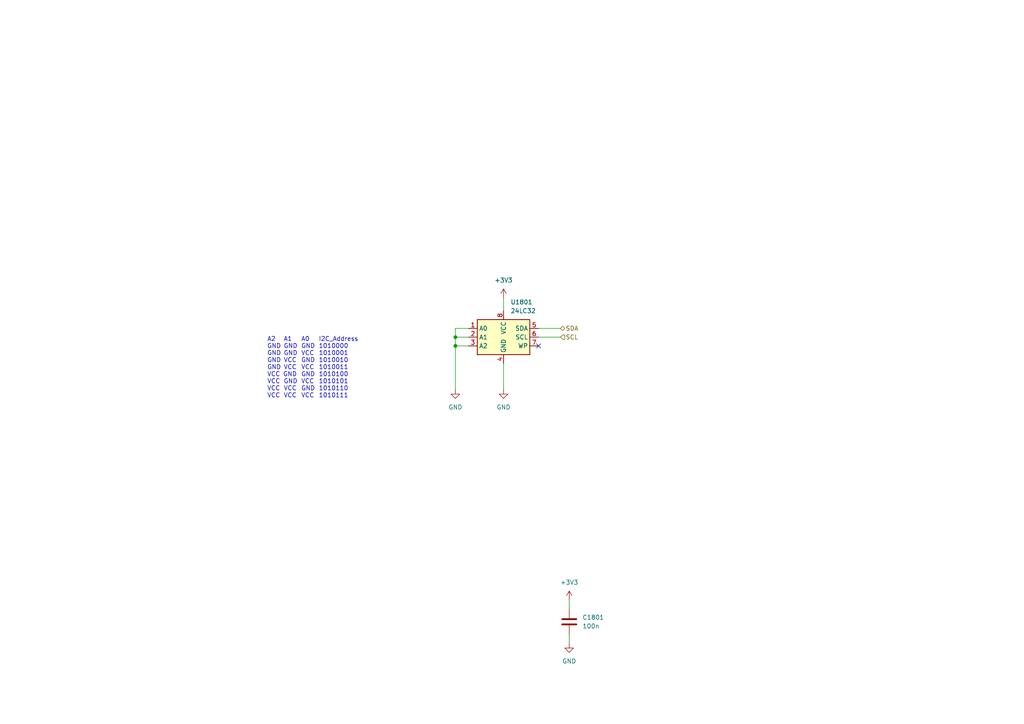
<source format=kicad_sch>
(kicad_sch (version 20211123) (generator eeschema)

  (uuid dbbdab50-cb74-4755-91bc-f7cdcd5657f0)

  (paper "A4")

  (lib_symbols
    (symbol "Device:C" (pin_numbers hide) (pin_names (offset 0.254)) (in_bom yes) (on_board yes)
      (property "Reference" "C" (id 0) (at 0.635 2.54 0)
        (effects (font (size 1.27 1.27)) (justify left))
      )
      (property "Value" "C" (id 1) (at 0.635 -2.54 0)
        (effects (font (size 1.27 1.27)) (justify left))
      )
      (property "Footprint" "" (id 2) (at 0.9652 -3.81 0)
        (effects (font (size 1.27 1.27)) hide)
      )
      (property "Datasheet" "~" (id 3) (at 0 0 0)
        (effects (font (size 1.27 1.27)) hide)
      )
      (property "ki_keywords" "cap capacitor" (id 4) (at 0 0 0)
        (effects (font (size 1.27 1.27)) hide)
      )
      (property "ki_description" "Unpolarized capacitor" (id 5) (at 0 0 0)
        (effects (font (size 1.27 1.27)) hide)
      )
      (property "ki_fp_filters" "C_*" (id 6) (at 0 0 0)
        (effects (font (size 1.27 1.27)) hide)
      )
      (symbol "C_0_1"
        (polyline
          (pts
            (xy -2.032 -0.762)
            (xy 2.032 -0.762)
          )
          (stroke (width 0.508) (type default) (color 0 0 0 0))
          (fill (type none))
        )
        (polyline
          (pts
            (xy -2.032 0.762)
            (xy 2.032 0.762)
          )
          (stroke (width 0.508) (type default) (color 0 0 0 0))
          (fill (type none))
        )
      )
      (symbol "C_1_1"
        (pin passive line (at 0 3.81 270) (length 2.794)
          (name "~" (effects (font (size 1.27 1.27))))
          (number "1" (effects (font (size 1.27 1.27))))
        )
        (pin passive line (at 0 -3.81 90) (length 2.794)
          (name "~" (effects (font (size 1.27 1.27))))
          (number "2" (effects (font (size 1.27 1.27))))
        )
      )
    )
    (symbol "Memory_EEPROM:24LC32" (in_bom yes) (on_board yes)
      (property "Reference" "U" (id 0) (at -6.35 6.35 0)
        (effects (font (size 1.27 1.27)))
      )
      (property "Value" "24LC32" (id 1) (at 1.27 6.35 0)
        (effects (font (size 1.27 1.27)) (justify left))
      )
      (property "Footprint" "" (id 2) (at 0 0 0)
        (effects (font (size 1.27 1.27)) hide)
      )
      (property "Datasheet" "http://ww1.microchip.com/downloads/en/DeviceDoc/21072G.pdf" (id 3) (at 0 0 0)
        (effects (font (size 1.27 1.27)) hide)
      )
      (property "ki_keywords" "I2C Serial EEPROM" (id 4) (at 0 0 0)
        (effects (font (size 1.27 1.27)) hide)
      )
      (property "ki_description" "I2C Serial EEPROM, 32Kb, DIP-8/SOIC-8/TSSOP-8/DFN-8" (id 5) (at 0 0 0)
        (effects (font (size 1.27 1.27)) hide)
      )
      (property "ki_fp_filters" "DIP*W7.62mm* SOIC*3.9x4.9mm* TSSOP*4.4x3mm*P0.65mm* DFN*3x2mm*P0.5mm*" (id 6) (at 0 0 0)
        (effects (font (size 1.27 1.27)) hide)
      )
      (symbol "24LC32_1_1"
        (rectangle (start -7.62 5.08) (end 7.62 -5.08)
          (stroke (width 0.254) (type default) (color 0 0 0 0))
          (fill (type background))
        )
        (pin input line (at -10.16 2.54 0) (length 2.54)
          (name "A0" (effects (font (size 1.27 1.27))))
          (number "1" (effects (font (size 1.27 1.27))))
        )
        (pin input line (at -10.16 0 0) (length 2.54)
          (name "A1" (effects (font (size 1.27 1.27))))
          (number "2" (effects (font (size 1.27 1.27))))
        )
        (pin input line (at -10.16 -2.54 0) (length 2.54)
          (name "A2" (effects (font (size 1.27 1.27))))
          (number "3" (effects (font (size 1.27 1.27))))
        )
        (pin power_in line (at 0 -7.62 90) (length 2.54)
          (name "GND" (effects (font (size 1.27 1.27))))
          (number "4" (effects (font (size 1.27 1.27))))
        )
        (pin bidirectional line (at 10.16 2.54 180) (length 2.54)
          (name "SDA" (effects (font (size 1.27 1.27))))
          (number "5" (effects (font (size 1.27 1.27))))
        )
        (pin input line (at 10.16 0 180) (length 2.54)
          (name "SCL" (effects (font (size 1.27 1.27))))
          (number "6" (effects (font (size 1.27 1.27))))
        )
        (pin input line (at 10.16 -2.54 180) (length 2.54)
          (name "WP" (effects (font (size 1.27 1.27))))
          (number "7" (effects (font (size 1.27 1.27))))
        )
        (pin power_in line (at 0 7.62 270) (length 2.54)
          (name "VCC" (effects (font (size 1.27 1.27))))
          (number "8" (effects (font (size 1.27 1.27))))
        )
      )
    )
    (symbol "power:+3V3" (power) (pin_names (offset 0)) (in_bom yes) (on_board yes)
      (property "Reference" "#PWR" (id 0) (at 0 -3.81 0)
        (effects (font (size 1.27 1.27)) hide)
      )
      (property "Value" "+3V3" (id 1) (at 0 3.556 0)
        (effects (font (size 1.27 1.27)))
      )
      (property "Footprint" "" (id 2) (at 0 0 0)
        (effects (font (size 1.27 1.27)) hide)
      )
      (property "Datasheet" "" (id 3) (at 0 0 0)
        (effects (font (size 1.27 1.27)) hide)
      )
      (property "ki_keywords" "power-flag" (id 4) (at 0 0 0)
        (effects (font (size 1.27 1.27)) hide)
      )
      (property "ki_description" "Power symbol creates a global label with name \"+3V3\"" (id 5) (at 0 0 0)
        (effects (font (size 1.27 1.27)) hide)
      )
      (symbol "+3V3_0_1"
        (polyline
          (pts
            (xy -0.762 1.27)
            (xy 0 2.54)
          )
          (stroke (width 0) (type default) (color 0 0 0 0))
          (fill (type none))
        )
        (polyline
          (pts
            (xy 0 0)
            (xy 0 2.54)
          )
          (stroke (width 0) (type default) (color 0 0 0 0))
          (fill (type none))
        )
        (polyline
          (pts
            (xy 0 2.54)
            (xy 0.762 1.27)
          )
          (stroke (width 0) (type default) (color 0 0 0 0))
          (fill (type none))
        )
      )
      (symbol "+3V3_1_1"
        (pin power_in line (at 0 0 90) (length 0) hide
          (name "+3V3" (effects (font (size 1.27 1.27))))
          (number "1" (effects (font (size 1.27 1.27))))
        )
      )
    )
    (symbol "power:GND" (power) (pin_names (offset 0)) (in_bom yes) (on_board yes)
      (property "Reference" "#PWR" (id 0) (at 0 -6.35 0)
        (effects (font (size 1.27 1.27)) hide)
      )
      (property "Value" "GND" (id 1) (at 0 -3.81 0)
        (effects (font (size 1.27 1.27)))
      )
      (property "Footprint" "" (id 2) (at 0 0 0)
        (effects (font (size 1.27 1.27)) hide)
      )
      (property "Datasheet" "" (id 3) (at 0 0 0)
        (effects (font (size 1.27 1.27)) hide)
      )
      (property "ki_keywords" "power-flag" (id 4) (at 0 0 0)
        (effects (font (size 1.27 1.27)) hide)
      )
      (property "ki_description" "Power symbol creates a global label with name \"GND\" , ground" (id 5) (at 0 0 0)
        (effects (font (size 1.27 1.27)) hide)
      )
      (symbol "GND_0_1"
        (polyline
          (pts
            (xy 0 0)
            (xy 0 -1.27)
            (xy 1.27 -1.27)
            (xy 0 -2.54)
            (xy -1.27 -1.27)
            (xy 0 -1.27)
          )
          (stroke (width 0) (type default) (color 0 0 0 0))
          (fill (type none))
        )
      )
      (symbol "GND_1_1"
        (pin power_in line (at 0 0 270) (length 0) hide
          (name "GND" (effects (font (size 1.27 1.27))))
          (number "1" (effects (font (size 1.27 1.27))))
        )
      )
    )
  )

  (junction (at 132.08 100.33) (diameter 0) (color 0 0 0 0)
    (uuid 34f26f8d-1766-4e01-8409-6d5f81a24f05)
  )
  (junction (at 132.08 97.79) (diameter 0) (color 0 0 0 0)
    (uuid 69e252fb-1abd-475f-87e4-f815fea0f665)
  )

  (no_connect (at 156.21 100.33) (uuid d6673c71-70a7-4cf5-8f5c-5071c5fede96))

  (wire (pts (xy 132.08 97.79) (xy 132.08 100.33))
    (stroke (width 0) (type default) (color 0 0 0 0))
    (uuid 060fcf7d-8ee1-49e9-b59c-136471d6f598)
  )
  (wire (pts (xy 132.08 100.33) (xy 132.08 113.03))
    (stroke (width 0) (type default) (color 0 0 0 0))
    (uuid 465bbaef-4a4d-4e87-ace1-7e341cb7786c)
  )
  (wire (pts (xy 146.05 105.41) (xy 146.05 113.03))
    (stroke (width 0) (type default) (color 0 0 0 0))
    (uuid 51ac3c45-6441-4c16-807b-b98d0bf0b8b6)
  )
  (wire (pts (xy 135.89 100.33) (xy 132.08 100.33))
    (stroke (width 0) (type default) (color 0 0 0 0))
    (uuid 638c0c7e-2c5b-43e4-b68e-30819aeef8b5)
  )
  (wire (pts (xy 135.89 95.25) (xy 132.08 95.25))
    (stroke (width 0) (type default) (color 0 0 0 0))
    (uuid 6503f9ce-f549-4b6e-b00b-1e0c08abca93)
  )
  (wire (pts (xy 156.21 95.25) (xy 162.56 95.25))
    (stroke (width 0) (type default) (color 0 0 0 0))
    (uuid 67160265-2a68-4a28-880f-7432d66e1956)
  )
  (wire (pts (xy 156.21 97.79) (xy 162.56 97.79))
    (stroke (width 0) (type default) (color 0 0 0 0))
    (uuid 6a49dfb4-e04e-49cb-86ba-cdbebee77179)
  )
  (wire (pts (xy 165.1 173.99) (xy 165.1 176.53))
    (stroke (width 0) (type default) (color 0 0 0 0))
    (uuid a6f6b0a6-f481-42cc-946e-5c4cfc619990)
  )
  (wire (pts (xy 146.05 86.36) (xy 146.05 90.17))
    (stroke (width 0) (type default) (color 0 0 0 0))
    (uuid d9d0d165-b611-4f67-96bd-57088d90b366)
  )
  (wire (pts (xy 132.08 95.25) (xy 132.08 97.79))
    (stroke (width 0) (type default) (color 0 0 0 0))
    (uuid dab5e070-be76-46fc-a952-e8362fe35f66)
  )
  (wire (pts (xy 135.89 97.79) (xy 132.08 97.79))
    (stroke (width 0) (type default) (color 0 0 0 0))
    (uuid f5664340-7e5a-452a-ab70-6e6c2465508d)
  )
  (wire (pts (xy 165.1 184.15) (xy 165.1 186.69))
    (stroke (width 0) (type default) (color 0 0 0 0))
    (uuid fcc042ab-774d-4899-be72-44e5d8629150)
  )

  (text "A2	A1	A0	I2C_Address\nGND	GND	GND	1010000\nGND	GND	VCC	1010001\nGND	VCC	GND	1010010\nGND	VCC	VCC	1010011\nVCC GND	GND	1010100\nVCC	GND	VCC	1010101\nVCC	VCC	GND	1010110\nVCC	VCC	VCC	1010111"
    (at 77.47 115.57 0)
    (effects (font (size 1.27 1.27)) (justify left bottom))
    (uuid 76115032-3b8d-4fb3-aff7-6672961a3bfd)
  )

  (hierarchical_label "SDA" (shape bidirectional) (at 162.56 95.25 0)
    (effects (font (size 1.27 1.27)) (justify left))
    (uuid 35e90595-22fc-4ede-b090-878db476a9ea)
  )
  (hierarchical_label "SCL" (shape input) (at 162.56 97.79 0)
    (effects (font (size 1.27 1.27)) (justify left))
    (uuid b859a791-9fdc-418e-82cb-a12900ca90da)
  )

  (symbol (lib_id "power:+3V3") (at 146.05 86.36 0) (unit 1)
    (in_bom yes) (on_board yes) (fields_autoplaced)
    (uuid 689d50e5-1ec3-4609-9b4c-8cc92110df4f)
    (property "Reference" "#PWR01801" (id 0) (at 146.05 90.17 0)
      (effects (font (size 1.27 1.27)) hide)
    )
    (property "Value" "+3V3" (id 1) (at 146.05 81.28 0))
    (property "Footprint" "" (id 2) (at 146.05 86.36 0)
      (effects (font (size 1.27 1.27)) hide)
    )
    (property "Datasheet" "" (id 3) (at 146.05 86.36 0)
      (effects (font (size 1.27 1.27)) hide)
    )
    (pin "1" (uuid a623e734-9c31-4e69-a8ba-44e961e24e78))
  )

  (symbol (lib_id "Device:C") (at 165.1 180.34 0) (unit 1)
    (in_bom yes) (on_board yes) (fields_autoplaced)
    (uuid b1c09c46-70e5-42b3-a10e-1c4950054fe4)
    (property "Reference" "C1801" (id 0) (at 168.91 179.0699 0)
      (effects (font (size 1.27 1.27)) (justify left))
    )
    (property "Value" "100n" (id 1) (at 168.91 181.6099 0)
      (effects (font (size 1.27 1.27)) (justify left))
    )
    (property "Footprint" "Capacitor_SMD:C_0603_1608Metric" (id 2) (at 166.0652 184.15 0)
      (effects (font (size 1.27 1.27)) hide)
    )
    (property "Datasheet" "~" (id 3) (at 165.1 180.34 0)
      (effects (font (size 1.27 1.27)) hide)
    )
    (pin "1" (uuid e6fb3009-f959-44f3-9992-a3165a8cefe3))
    (pin "2" (uuid 407b2e1c-053c-46b2-828f-79be98b5d279))
  )

  (symbol (lib_id "power:GND") (at 165.1 186.69 0) (unit 1)
    (in_bom yes) (on_board yes) (fields_autoplaced)
    (uuid b89c5853-ddae-4349-8558-6dcf34622a5b)
    (property "Reference" "#PWR01805" (id 0) (at 165.1 193.04 0)
      (effects (font (size 1.27 1.27)) hide)
    )
    (property "Value" "GND" (id 1) (at 165.1 191.77 0))
    (property "Footprint" "" (id 2) (at 165.1 186.69 0)
      (effects (font (size 1.27 1.27)) hide)
    )
    (property "Datasheet" "" (id 3) (at 165.1 186.69 0)
      (effects (font (size 1.27 1.27)) hide)
    )
    (pin "1" (uuid a5f6e6ec-0ae1-4b3f-a5c7-2aeab4f51ae8))
  )

  (symbol (lib_id "power:+3V3") (at 165.1 173.99 0) (unit 1)
    (in_bom yes) (on_board yes) (fields_autoplaced)
    (uuid d1834bb7-e280-4423-88e3-ae7041057840)
    (property "Reference" "#PWR01804" (id 0) (at 165.1 177.8 0)
      (effects (font (size 1.27 1.27)) hide)
    )
    (property "Value" "+3V3" (id 1) (at 165.1 168.91 0))
    (property "Footprint" "" (id 2) (at 165.1 173.99 0)
      (effects (font (size 1.27 1.27)) hide)
    )
    (property "Datasheet" "" (id 3) (at 165.1 173.99 0)
      (effects (font (size 1.27 1.27)) hide)
    )
    (pin "1" (uuid 4125b0ca-4dae-4582-be43-834abbea984b))
  )

  (symbol (lib_id "Memory_EEPROM:24LC32") (at 146.05 97.79 0) (unit 1)
    (in_bom yes) (on_board yes) (fields_autoplaced)
    (uuid dcbf07c1-fd83-46b4-9cb8-68d7fd77aad4)
    (property "Reference" "U1801" (id 0) (at 148.0694 87.63 0)
      (effects (font (size 1.27 1.27)) (justify left))
    )
    (property "Value" "24LC32" (id 1) (at 148.0694 90.17 0)
      (effects (font (size 1.27 1.27)) (justify left))
    )
    (property "Footprint" "Package_SO:SOIC-8_3.9x4.9mm_P1.27mm" (id 2) (at 146.05 97.79 0)
      (effects (font (size 1.27 1.27)) hide)
    )
    (property "Datasheet" "http://ww1.microchip.com/downloads/en/DeviceDoc/21072G.pdf" (id 3) (at 146.05 97.79 0)
      (effects (font (size 1.27 1.27)) hide)
    )
    (pin "1" (uuid 33a77d0a-6f8c-4655-bcf1-8dcb8360d67c))
    (pin "2" (uuid 2b47feb8-af98-40fd-ae25-7fc167efcb0e))
    (pin "3" (uuid c525b9d2-83d8-4a86-abe1-5dfde04398f6))
    (pin "4" (uuid 5b3bdcf4-2f94-450c-9715-c0affb71f163))
    (pin "5" (uuid 1d2b01ea-e50d-414a-bc4d-33b3e9728e69))
    (pin "6" (uuid a7dc307d-9495-4cfa-b60a-574228696ecd))
    (pin "7" (uuid 8daf1368-6b33-43cd-bd0b-33464cda49c3))
    (pin "8" (uuid 0d6f8207-fb87-4a97-b9be-10d99461349d))
  )

  (symbol (lib_id "power:GND") (at 132.08 113.03 0) (unit 1)
    (in_bom yes) (on_board yes) (fields_autoplaced)
    (uuid dd71e9a5-2eba-4dc4-9569-857e2c0c992a)
    (property "Reference" "#PWR01802" (id 0) (at 132.08 119.38 0)
      (effects (font (size 1.27 1.27)) hide)
    )
    (property "Value" "GND" (id 1) (at 132.08 118.11 0))
    (property "Footprint" "" (id 2) (at 132.08 113.03 0)
      (effects (font (size 1.27 1.27)) hide)
    )
    (property "Datasheet" "" (id 3) (at 132.08 113.03 0)
      (effects (font (size 1.27 1.27)) hide)
    )
    (pin "1" (uuid 9f86e0e8-a768-4c6f-adef-66625c204fa3))
  )

  (symbol (lib_id "power:GND") (at 146.05 113.03 0) (unit 1)
    (in_bom yes) (on_board yes) (fields_autoplaced)
    (uuid e662d515-cf21-4e30-a80a-12246925c6e4)
    (property "Reference" "#PWR01803" (id 0) (at 146.05 119.38 0)
      (effects (font (size 1.27 1.27)) hide)
    )
    (property "Value" "GND" (id 1) (at 146.05 118.11 0))
    (property "Footprint" "" (id 2) (at 146.05 113.03 0)
      (effects (font (size 1.27 1.27)) hide)
    )
    (property "Datasheet" "" (id 3) (at 146.05 113.03 0)
      (effects (font (size 1.27 1.27)) hide)
    )
    (pin "1" (uuid 93f2d0f4-f915-4870-9631-0a126f1c8722))
  )
)

</source>
